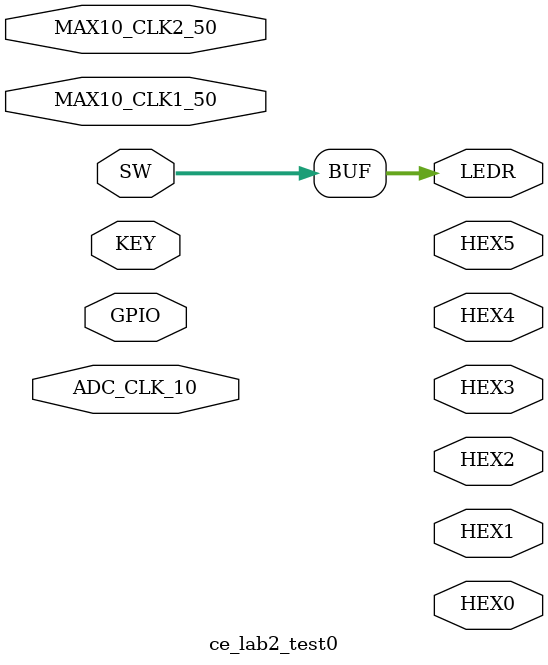
<source format=v>


module ce_lab2_test0(

	//////////// CLOCK //////////
	input 		          		ADC_CLK_10,
	input 		          		MAX10_CLK1_50,
	input 		          		MAX10_CLK2_50,

	//////////// SEG7 //////////
	output		     [7:0]		HEX0,
	output		     [7:0]		HEX1,
	output		     [7:0]		HEX2,
	output		     [7:0]		HEX3,
	output		     [7:0]		HEX4,
	output		     [7:0]		HEX5,

	//////////// KEY //////////
	input 		     [1:0]		KEY,

	//////////// LED //////////
	output		     [9:0]		LEDR,

	//////////// SW //////////
	input 		     [9:0]		SW,

	//////////// GPIO, GPIO connect to GPIO Default //////////
	inout 		    [35:0]		GPIO
);



//=======================================================
//  REG/WIRE declarations
//=======================================================




//=======================================================
//  Structural coding
//=======================================================

assign LEDR[9:0] = SW[9:0];

endmodule

</source>
